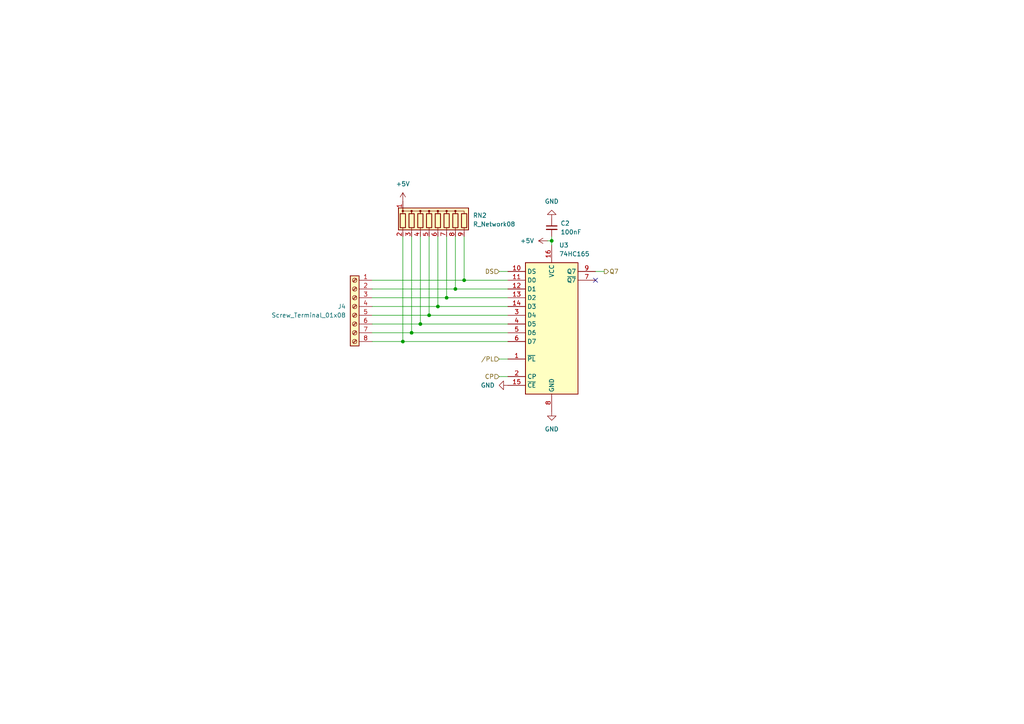
<source format=kicad_sch>
(kicad_sch (version 20250114) (generator "eeschema") (generator_version "9.0")
  (paper "A4")
  (lib_symbols
    (symbol "74xx:74HC165"
      (property "Reference" "U" (at -7.62 19.05 0))
      (property "Value" "74HC165" (at -7.62 -21.59 0))
      (symbol "74HC165_1_0"
        (pin input line (at -12.7 15.24 0) (length 5.08) (name "DS") (number "10"))
        (pin input line (at -12.7 12.7 0) (length 5.08) (name "D0") (number "11"))
        (pin input line (at -12.7 10.16 0) (length 5.08) (name "D1") (number "12"))
        (pin input line (at -12.7 7.62 0) (length 5.08) (name "D2") (number "13"))
        (pin input line (at -12.7 5.08 0) (length 5.08) (name "D3") (number "14"))
        (pin input line (at -12.7 2.54 0) (length 5.08) (name "D4") (number "3"))
        (pin input line (at -12.7 0 0) (length 5.08) (name "D5") (number "4"))
        (pin input line (at -12.7 -2.54 0) (length 5.08) (name "D6") (number "5"))
        (pin input line (at -12.7 -5.08 0) (length 5.08) (name "D7") (number "6"))
        (pin input line (at -12.7 -10.16 0) (length 5.08) (name "~{PL}") (number "1"))
        (pin input line (at -12.7 -15.24 0) (length 5.08) (name "CP") (number "2"))
        (pin input line (at -12.7 -17.78 0) (length 5.08) (name "~{CE}") (number "15"))
        (pin power_in line (at 0 22.86 270) (length 5.08) (name "VCC") (number "16"))
        (pin power_in line (at 0 -25.4 90) (length 5.08) (name "GND") (number "8"))
        (pin output line (at 12.7 15.24 180) (length 5.08) (name "Q7") (number "9"))
        (pin output line (at 12.7 12.7 180) (length 5.08) (name "~{Q7}") (number "7"))
      )
      (symbol "74HC165_1_1"
        (rectangle (start -7.62 17.78) (end 7.62 -20.32) (stroke (width 0.254)) (fill (type background)))
      )
    )
    (symbol "Connector:Screw_Terminal_01x08" (pin_names (offset 1.016) (hide yes))
      (property "Reference" "J" (at 0 10.16 0))
      (property "Value" "Screw_Terminal_01x08" (at 0 -12.7 0))
      (symbol "Screw_Terminal_01x08_1_1"
        (rectangle (start -1.27 8.89) (end 1.27 -11.43) (stroke (width 0.254)) (fill (type background)))
        (polyline (pts (xy -0.5334 7.9502) (xy 0.3302 7.112)) (stroke (width 0.1524)))
        (polyline (pts (xy -0.5334 5.4102) (xy 0.3302 4.572)) (stroke (width 0.1524)))
        (polyline (pts (xy -0.5334 2.8702) (xy 0.3302 2.032)) (stroke (width 0.1524)))
        (polyline (pts (xy -0.5334 0.3302) (xy 0.3302 -0.508)) (stroke (width 0.1524)))
        (polyline (pts (xy -0.5334 -2.2098) (xy 0.3302 -3.048)) (stroke (width 0.1524)))
        (polyline (pts (xy -0.5334 -4.7498) (xy 0.3302 -5.588)) (stroke (width 0.1524)))
        (polyline (pts (xy -0.5334 -7.2898) (xy 0.3302 -8.128)) (stroke (width 0.1524)))
        (polyline (pts (xy -0.5334 -9.8298) (xy 0.3302 -10.668)) (stroke (width 0.1524)))
        (polyline (pts (xy -0.3556 8.128) (xy 0.508 7.2898)) (stroke (width 0.1524)))
        (polyline (pts (xy -0.3556 5.588) (xy 0.508 4.7498)) (stroke (width 0.1524)))
        (polyline (pts (xy -0.3556 3.048) (xy 0.508 2.2098)) (stroke (width 0.1524)))
        (polyline (pts (xy -0.3556 0.508) (xy 0.508 -0.3302)) (stroke (width 0.1524)))
        (polyline (pts (xy -0.3556 -2.032) (xy 0.508 -2.8702)) (stroke (width 0.1524)))
        (polyline (pts (xy -0.3556 -4.572) (xy 0.508 -5.4102)) (stroke (width 0.1524)))
        (polyline (pts (xy -0.3556 -7.112) (xy 0.508 -7.9502)) (stroke (width 0.1524)))
        (polyline (pts (xy -0.3556 -9.652) (xy 0.508 -10.4902)) (stroke (width 0.1524)))
        (circle (center 0 7.62) (radius 0.635) (stroke (width 0.1524)))
        (circle (center 0 5.08) (radius 0.635) (stroke (width 0.1524)))
        (circle (center 0 2.54) (radius 0.635) (stroke (width 0.1524)))
        (circle (center 0 0) (radius 0.635) (stroke (width 0.1524)))
        (circle (center 0 -2.54) (radius 0.635) (stroke (width 0.1524)))
        (circle (center 0 -5.08) (radius 0.635) (stroke (width 0.1524)))
        (circle (center 0 -7.62) (radius 0.635) (stroke (width 0.1524)))
        (circle (center 0 -10.16) (radius 0.635) (stroke (width 0.1524)))
        (pin passive line (at -5.08 7.62 0) (length 3.81) (name "Pin_1") (number "1"))
        (pin passive line (at -5.08 5.08 0) (length 3.81) (name "Pin_2") (number "2"))
        (pin passive line (at -5.08 2.54 0) (length 3.81) (name "Pin_3") (number "3"))
        (pin passive line (at -5.08 0 0) (length 3.81) (name "Pin_4") (number "4"))
        (pin passive line (at -5.08 -2.54 0) (length 3.81) (name "Pin_5") (number "5"))
        (pin passive line (at -5.08 -5.08 0) (length 3.81) (name "Pin_6") (number "6"))
        (pin passive line (at -5.08 -7.62 0) (length 3.81) (name "Pin_7") (number "7"))
        (pin passive line (at -5.08 -10.16 0) (length 3.81) (name "Pin_8") (number "8"))
      )
    )
    (symbol "Device:C_Small" (pin_numbers (hide yes)) (pin_names (offset 0.254) (hide yes))
      (property "Reference" "C" (at 0.254 1.778 0))
      (property "Value" "C_Small" (at 0.254 -2.032 0))
      (symbol "C_Small_0_1"
        (polyline (pts (xy -1.524 0.508) (xy 1.524 0.508)) (stroke (width 0.3048)))
        (polyline (pts (xy -1.524 -0.508) (xy 1.524 -0.508)) (stroke (width 0.3302)))
      )
      (symbol "C_Small_1_1"
        (pin passive line (at 0 2.54 270) (length 2.032) (name "~") (number "1"))
        (pin passive line (at 0 -2.54 90) (length 2.032) (name "~") (number "2"))
      )
    )
    (symbol "Device:R_Network08" (pin_names (offset 0) (hide yes))
      (property "Reference" "RN" (at -12.7 0 90))
      (property "Value" "R_Network08" (at 10.16 0 90))
      (symbol "R_Network08_0_1"
        (rectangle (start -11.43 -3.175) (end 8.89 3.175) (stroke (width 0.254)) (fill (type background)))
        (rectangle (start -10.922 1.524) (end -9.398 -2.54) (stroke (width 0.254)))
        (circle (center -10.16 2.286) (radius 0.254) (fill (type outline)))
        (polyline (pts (xy -10.16 1.524) (xy -10.16 2.286) (xy -7.62 2.286) (xy -7.62 1.524)))
        (polyline (pts (xy -10.16 -2.54) (xy -10.16 -3.81)))
        (rectangle (start -8.382 1.524) (end -6.858 -2.54) (stroke (width 0.254)))
        (circle (center -7.62 2.286) (radius 0.254) (fill (type outline)))
        (polyline (pts (xy -7.62 1.524) (xy -7.62 2.286) (xy -5.08 2.286) (xy -5.08 1.524)))
        (polyline (pts (xy -7.62 -2.54) (xy -7.62 -3.81)))
        (rectangle (start -5.842 1.524) (end -4.318 -2.54) (stroke (width 0.254)))
        (circle (center -5.08 2.286) (radius 0.254) (fill (type outline)))
        (polyline (pts (xy -5.08 1.524) (xy -5.08 2.286) (xy -2.54 2.286) (xy -2.54 1.524)))
        (polyline (pts (xy -5.08 -2.54) (xy -5.08 -3.81)))
        (rectangle (start -3.302 1.524) (end -1.778 -2.54) (stroke (width 0.254)))
        (circle (center -2.54 2.286) (radius 0.254) (fill (type outline)))
        (polyline (pts (xy -2.54 1.524) (xy -2.54 2.286) (xy 0 2.286) (xy 0 1.524)))
        (polyline (pts (xy -2.54 -2.54) (xy -2.54 -3.81)))
        (rectangle (start -0.762 1.524) (end 0.762 -2.54) (stroke (width 0.254)))
        (circle (center 0 2.286) (radius 0.254) (fill (type outline)))
        (polyline (pts (xy 0 1.524) (xy 0 2.286) (xy 2.54 2.286) (xy 2.54 1.524)))
        (polyline (pts (xy 0 -2.54) (xy 0 -3.81)))
        (rectangle (start 1.778 1.524) (end 3.302 -2.54) (stroke (width 0.254)))
        (circle (center 2.54 2.286) (radius 0.254) (fill (type outline)))
        (polyline (pts (xy 2.54 1.524) (xy 2.54 2.286) (xy 5.08 2.286) (xy 5.08 1.524)))
        (polyline (pts (xy 2.54 -2.54) (xy 2.54 -3.81)))
        (rectangle (start 4.318 1.524) (end 5.842 -2.54) (stroke (width 0.254)))
        (circle (center 5.08 2.286) (radius 0.254) (fill (type outline)))
        (polyline (pts (xy 5.08 1.524) (xy 5.08 2.286) (xy 7.62 2.286) (xy 7.62 1.524)))
        (polyline (pts (xy 5.08 -2.54) (xy 5.08 -3.81)))
        (rectangle (start 6.858 1.524) (end 8.382 -2.54) (stroke (width 0.254)))
        (polyline (pts (xy 7.62 -2.54) (xy 7.62 -3.81)))
      )
      (symbol "R_Network08_1_1"
        (pin passive line (at -10.16 5.08 270) (length 2.54) (name "common") (number "1"))
        (pin passive line (at -10.16 -5.08 90) (length 1.27) (name "R1") (number "2"))
        (pin passive line (at -7.62 -5.08 90) (length 1.27) (name "R2") (number "3"))
        (pin passive line (at -5.08 -5.08 90) (length 1.27) (name "R3") (number "4"))
        (pin passive line (at -2.54 -5.08 90) (length 1.27) (name "R4") (number "5"))
        (pin passive line (at 0 -5.08 90) (length 1.27) (name "R5") (number "6"))
        (pin passive line (at 2.54 -5.08 90) (length 1.27) (name "R6") (number "7"))
        (pin passive line (at 5.08 -5.08 90) (length 1.27) (name "R7") (number "8"))
        (pin passive line (at 7.62 -5.08 90) (length 1.27) (name "R8") (number "9"))
      )
    )
    (symbol "power:+5V" (power) (pin_numbers (hide yes)) (pin_names (offset 0) (hide yes))
      (property "Value" "+5V" (at 0 3.556 0))
      (symbol "+5V_0_1"
        (polyline (pts (xy -0.762 1.27) (xy 0 2.54)))
        (polyline (pts (xy 0 2.54) (xy 0.762 1.27)))
        (polyline (pts (xy 0 0) (xy 0 2.54)))
      )
      (symbol "+5V_1_1"
        (pin power_in line (at 0 0 90) (length 0) (name "~") (number "1"))
      )
    )
    (symbol "power:GND" (power) (pin_numbers (hide yes)) (pin_names (offset 0) (hide yes))
      (property "Value" "GND" (at 0 -3.81 0))
      (symbol "GND_0_1"
        (polyline (pts (xy 0 0) (xy 0 -1.27) (xy 1.27 -1.27) (xy 0 -2.54) (xy -1.27 -1.27) (xy 0 -1.27)))
      )
      (symbol "GND_1_1"
        (pin power_in line (at 0 0 270) (length 0) (name "~") (number "1"))
      )
    )
  )
  (junction (at 132.08 83.82))
  (junction (at 124.46 91.44))
  (junction (at 116.84 99.06))
  (junction (at 129.54 86.36))
  (junction (at 119.38 96.52))
  (junction (at 134.62 81.28))
  (junction (at 121.92 93.98))
  (junction (at 127 88.9))
  (junction (at 160.02 69.85))
  (no_connect (at 172.72 81.28))
  (wire (pts (xy 107.95 96.52) (xy 119.38 96.52)))
  (wire (pts (xy 107.95 91.44) (xy 124.46 91.44)))
  (wire (pts (xy 107.95 83.82) (xy 132.08 83.82)))
  (wire (pts (xy 107.95 88.9) (xy 127 88.9)))
  (wire (pts (xy 134.62 68.58) (xy 134.62 81.28)))
  (wire (pts (xy 119.38 68.58) (xy 119.38 96.52)))
  (wire (pts (xy 144.78 109.22) (xy 147.32 109.22)))
  (wire (pts (xy 132.08 83.82) (xy 147.32 83.82)))
  (wire (pts (xy 119.38 96.52) (xy 147.32 96.52)))
  (wire (pts (xy 124.46 68.58) (xy 124.46 91.44)))
  (wire (pts (xy 107.95 81.28) (xy 134.62 81.28)))
  (wire (pts (xy 107.95 86.36) (xy 129.54 86.36)))
  (wire (pts (xy 107.95 93.98) (xy 121.92 93.98)))
  (wire (pts (xy 158.75 69.85) (xy 160.02 69.85)))
  (wire (pts (xy 134.62 81.28) (xy 147.32 81.28)))
  (wire (pts (xy 144.78 78.74) (xy 147.32 78.74)))
  (wire (pts (xy 107.95 99.06) (xy 116.84 99.06)))
  (wire (pts (xy 121.92 93.98) (xy 147.32 93.98)))
  (wire (pts (xy 172.72 78.74) (xy 175.26 78.74)))
  (wire (pts (xy 116.84 68.58) (xy 116.84 99.06)))
  (wire (pts (xy 129.54 68.58) (xy 129.54 86.36)))
  (wire (pts (xy 124.46 91.44) (xy 147.32 91.44)))
  (wire (pts (xy 127 88.9) (xy 147.32 88.9)))
  (wire (pts (xy 160.02 68.58) (xy 160.02 69.85)))
  (wire (pts (xy 116.84 99.06) (xy 147.32 99.06)))
  (wire (pts (xy 144.78 104.14) (xy 147.32 104.14)))
  (wire (pts (xy 121.92 68.58) (xy 121.92 93.98)))
  (wire (pts (xy 132.08 68.58) (xy 132.08 83.82)))
  (wire (pts (xy 127 68.58) (xy 127 88.9)))
  (wire (pts (xy 160.02 69.85) (xy 160.02 71.12)))
  (wire (pts (xy 129.54 86.36) (xy 147.32 86.36)))
  (hierarchical_label "{slash}PL" (shape input) (at 144.78 104.14 180))
  (hierarchical_label "Q7" (shape output) (at 175.26 78.74 0))
  (hierarchical_label "DS" (shape input) (at 144.78 78.74 180))
  (hierarchical_label "CP" (shape input) (at 144.78 109.22 180))
  (symbol (lib_id "Connector:Screw_Terminal_01x08") (at 102.87 88.9 0) (mirror y) (unit 1)
    (property "Reference" "J4" (at 100.33 88.8999 0) (effects (justify left)))
    (property "Value" "Screw_Terminal_01x08" (at 100.33 91.4399 0) (effects (justify left)))
    (property "Description" "Generic screw terminal, single row, 01x08, script generated (kicad-library-utils/schlib/autogen/connector/)" (effects (hide yes)))
    (instances (project "" (path "" (reference "J4") (unit 1)) (path "" (reference "J3") (unit 1)) (path "" (reference "J5") (unit 1)) (path "" (reference "J4") (unit 1))))
  )
  (symbol (lib_id "power:GND") (at 160.02 63.5 180) (unit 1)
    (property "Reference" "#PWR016" (effects (hide yes)))
    (property "Value" "GND" (at 160.02 58.42 0))
    (property "Description" "Power symbol creates a global label with name \"GND\" , ground" (effects (hide yes)))
    (instances (project "" (path "" (reference "#PWR016") (unit 1)) (path "" (reference "#PWR06") (unit 1)) (path "" (reference "#PWR021") (unit 1)) (path "" (reference "#PWR016") (unit 1))))
  )
  (symbol (lib_id "power:+5V") (at 116.84 58.42 0) (unit 1)
    (property "Reference" "#PWR013" (effects (hide yes)))
    (property "Value" "+5V" (at 116.84 53.34 0))
    (property "Description" "Power symbol creates a global label with name \"+5V\"" (effects (hide yes)))
    (instances (project "" (path "" (reference "#PWR013") (unit 1)) (path "" (reference "#PWR03") (unit 1)) (path "" (reference "#PWR018") (unit 1)) (path "" (reference "#PWR013") (unit 1))))
  )
  (symbol (lib_id "Device:C_Small") (at 160.02 66.04 0) (unit 1)
    (property "Reference" "C2" (at 162.56 64.7762 0) (effects (justify left)))
    (property "Value" "100nF" (at 162.56 67.3162 0) (effects (justify left)))
    (property "Description" "Unpolarized capacitor, small symbol" (effects (hide yes)))
    (instances (project "" (path "" (reference "C2") (unit 1)) (path "" (reference "C1") (unit 1)) (path "" (reference "C4") (unit 1)) (path "" (reference "C2") (unit 1))))
  )
  (symbol (lib_id "power:GND") (at 160.02 119.38 0) (unit 1)
    (property "Reference" "#PWR017" (effects (hide yes)))
    (property "Value" "GND" (at 160.02 124.46 0))
    (property "Description" "Power symbol creates a global label with name \"GND\" , ground" (effects (hide yes)))
    (instances (project "" (path "" (reference "#PWR017") (unit 1)) (path "" (reference "#PWR010") (unit 1)) (path "" (reference "#PWR022") (unit 1)) (path "" (reference "#PWR017") (unit 1))))
  )
  (symbol (lib_id "power:+5V") (at 158.75 69.85 90) (unit 1)
    (property "Reference" "#PWR015" (effects (hide yes)))
    (property "Value" "+5V" (at 154.94 69.8499 90) (effects (justify left)))
    (property "Description" "Power symbol creates a global label with name \"+5V\"" (effects (hide yes)))
    (instances (project "" (path "" (reference "#PWR015") (unit 1)) (path "" (reference "#PWR05") (unit 1)) (path "" (reference "#PWR020") (unit 1)) (path "" (reference "#PWR015") (unit 1))))
  )
  (symbol (lib_id "Device:R_Network08") (at 127 63.5 0) (unit 1)
    (property "Reference" "RN2" (at 137.16 62.4839 0) (effects (justify left)))
    (property "Value" "R_Network08" (at 137.16 65.0239 0) (effects (justify left)))
    (property "Footprint" "Resistor_THT:R_Array_SIP9" (effects (hide yes)))
    (property "Datasheet" "http://www.vishay.com/docs/31509/csc.pdf" (effects (hide yes)))
    (property "Description" "8 resistor network, star topology, bussed resistors, small symbol" (effects (hide yes)))
    (instances (project "" (path "" (reference "RN2") (unit 1)) (path "" (reference "RN1") (unit 1)) (path "" (reference "RN4") (unit 1)) (path "" (reference "RN2") (unit 1))))
  )
  (symbol (lib_id "power:GND") (at 147.32 111.76 270) (unit 1)
    (property "Reference" "#PWR014" (effects (hide yes)))
    (property "Value" "GND" (at 143.51 111.7599 90) (effects (justify right)))
    (property "Description" "Power symbol creates a global label with name \"GND\" , ground" (effects (hide yes)))
    (instances (project "" (path "" (reference "#PWR014") (unit 1)) (path "" (reference "#PWR04") (unit 1)) (path "" (reference "#PWR019") (unit 1)) (path "" (reference "#PWR014") (unit 1))))
  )
  (symbol (lib_id "74xx:74HC165") (at 160.02 93.98 0) (unit 1)
    (property "Reference" "U3" (at 162.1633 71.12 0) (effects (justify left)))
    (property "Value" "74HC165" (at 162.1633 73.66 0) (effects (justify left)))
    (property "Datasheet" "https://assets.nexperia.com/documents/data-sheet/74HC_HCT165.pdf" (effects (hide yes)))
    (property "Description" "Shift Register, 8-bit, Parallel Load" (effects (hide yes)))
    (instances (project "" (path "" (reference "U3") (unit 1)) (path "" (reference "U1") (unit 1)) (path "" (reference "U4") (unit 1)) (path "" (reference "U3") (unit 1))))
  )
)
</source>
